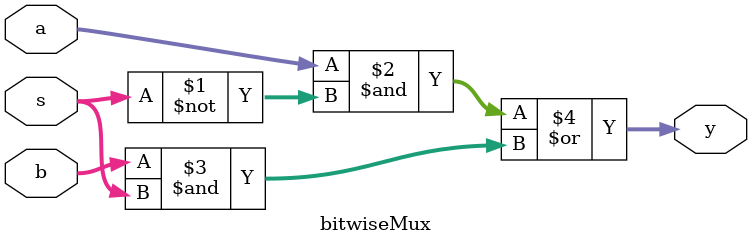
<source format=sv>
module bitwiseMux #(parameter N = 64)
                    (input logic[N-1:0] a,b,s,
                    output logic [N-1:0] y);
    assign y = (a & ~s) | (b & s);
endmodule
</source>
